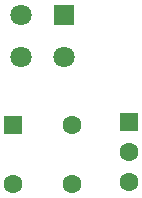
<source format=gbr>
%TF.GenerationSoftware,Altium Limited,Altium Designer,19.1.5 (86)*%
G04 Layer_Color=255*
%FSLAX44Y44*%
%MOMM*%
%TF.FileFunction,Pads,Bot*%
%TF.Part,Single*%
G01*
G75*
%TA.AperFunction,ComponentPad*%
%ADD24R,1.8000X1.8000*%
%ADD25C,1.8000*%
%ADD26R,1.6000X1.6000*%
%ADD27C,1.6000*%
%ADD28R,1.6000X1.6000*%
D24*
X17960Y62960D02*
D03*
D25*
X-17960D02*
D03*
Y27040D02*
D03*
X17960D02*
D03*
D26*
X73500Y-27600D02*
D03*
D27*
Y-53000D02*
D03*
Y-78400D02*
D03*
X25000Y-80000D02*
D03*
Y-30000D02*
D03*
X-25000Y-80000D02*
D03*
D28*
Y-30000D02*
D03*
%TF.MD5,77be92c36f98abb326af4882363f86a5*%
M02*

</source>
